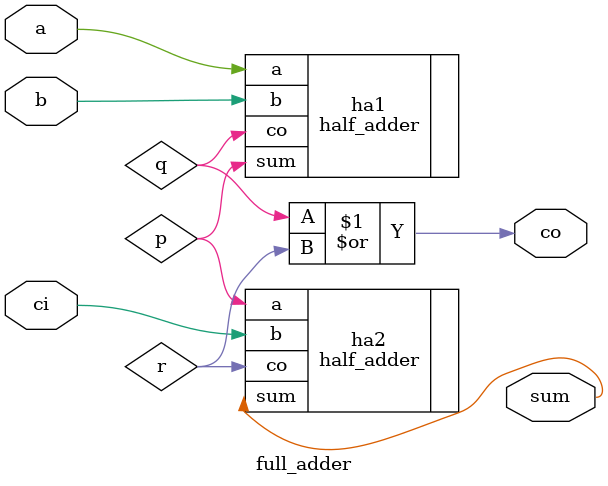
<source format=v>
`timescale 1ns / 1ps
module full_adder(
input a,b,ci,
output sum,
output co
);
	 
	wire p,q,r;

	half_adder ha1(.a(a),
						.b(b),
						.sum(p),
						.co(q)
						);
	half_adder ha2(.a(p),
						.b(ci),
						.sum(sum),
						.co(r)
						);
	assign co = q|r;

endmodule

</source>
